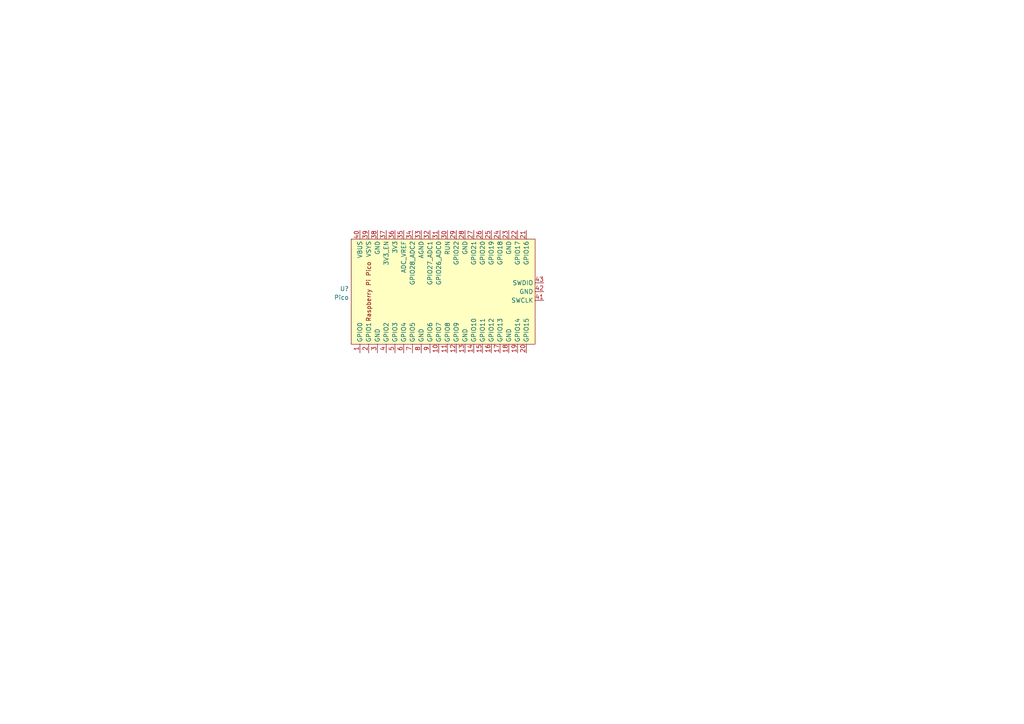
<source format=kicad_sch>
(kicad_sch (version 20211123) (generator eeschema)
  (paper "A4")
  (lib_symbols
    (symbol "Pico:Pico"
      (property "Reference" "U" (at -13.97 27.94 0))
      (property "Value" "Pico" (at 0 19.05 0))
      (symbol "Pico_0_0"
        (text "Raspberry Pi Pico" (at 0 21.59 0) (effects (font (size 1.27 1.27))))
      )
      (symbol "Pico_0_1"
        (rectangle (start -15.24 26.67) (end 15.24 -26.67) (fill (type background)))
      )
      (symbol "Pico_1_1"
        (pin bidirectional line (at -17.78 24.13 0) (length 2.54) (name "GPIO0") (number "1"))
        (pin bidirectional line (at -17.78 1.27 0) (length 2.54) (name "GPIO7") (number "10"))
        (pin bidirectional line (at -17.78 -1.27 0) (length 2.54) (name "GPIO8") (number "11"))
        (pin bidirectional line (at -17.78 -3.81 0) (length 2.54) (name "GPIO9") (number "12"))
        (pin power_in line (at -17.78 -6.35 0) (length 2.54) (name "GND") (number "13"))
        (pin bidirectional line (at -17.78 -8.89 0) (length 2.54) (name "GPIO10") (number "14"))
        (pin bidirectional line (at -17.78 -11.43 0) (length 2.54) (name "GPIO11") (number "15"))
        (pin bidirectional line (at -17.78 -13.97 0) (length 2.54) (name "GPIO12") (number "16"))
        (pin bidirectional line (at -17.78 -16.51 0) (length 2.54) (name "GPIO13") (number "17"))
        (pin power_in line (at -17.78 -19.05 0) (length 2.54) (name "GND") (number "18"))
        (pin bidirectional line (at -17.78 -21.59 0) (length 2.54) (name "GPIO14") (number "19"))
        (pin bidirectional line (at -17.78 21.59 0) (length 2.54) (name "GPIO1") (number "2"))
        (pin bidirectional line (at -17.78 -24.13 0) (length 2.54) (name "GPIO15") (number "20"))
        (pin bidirectional line (at 17.78 -24.13 180) (length 2.54) (name "GPIO16") (number "21"))
        (pin bidirectional line (at 17.78 -21.59 180) (length 2.54) (name "GPIO17") (number "22"))
        (pin power_in line (at 17.78 -19.05 180) (length 2.54) (name "GND") (number "23"))
        (pin bidirectional line (at 17.78 -16.51 180) (length 2.54) (name "GPIO18") (number "24"))
        (pin bidirectional line (at 17.78 -13.97 180) (length 2.54) (name "GPIO19") (number "25"))
        (pin bidirectional line (at 17.78 -11.43 180) (length 2.54) (name "GPIO20") (number "26"))
        (pin bidirectional line (at 17.78 -8.89 180) (length 2.54) (name "GPIO21") (number "27"))
        (pin power_in line (at 17.78 -6.35 180) (length 2.54) (name "GND") (number "28"))
        (pin bidirectional line (at 17.78 -3.81 180) (length 2.54) (name "GPIO22") (number "29"))
        (pin power_in line (at -17.78 19.05 0) (length 2.54) (name "GND") (number "3"))
        (pin input line (at 17.78 -1.27 180) (length 2.54) (name "RUN") (number "30"))
        (pin bidirectional line (at 17.78 1.27 180) (length 2.54) (name "GPIO26_ADC0") (number "31"))
        (pin bidirectional line (at 17.78 3.81 180) (length 2.54) (name "GPIO27_ADC1") (number "32"))
        (pin power_in line (at 17.78 6.35 180) (length 2.54) (name "AGND") (number "33"))
        (pin bidirectional line (at 17.78 8.89 180) (length 2.54) (name "GPIO28_ADC2") (number "34"))
        (pin power_in line (at 17.78 11.43 180) (length 2.54) (name "ADC_VREF") (number "35"))
        (pin power_in line (at 17.78 13.97 180) (length 2.54) (name "3V3") (number "36"))
        (pin input line (at 17.78 16.51 180) (length 2.54) (name "3V3_EN") (number "37"))
        (pin bidirectional line (at 17.78 19.05 180) (length 2.54) (name "GND") (number "38"))
        (pin power_in line (at 17.78 21.59 180) (length 2.54) (name "VSYS") (number "39"))
        (pin bidirectional line (at -17.78 16.51 0) (length 2.54) (name "GPIO2") (number "4"))
        (pin power_in line (at 17.78 24.13 180) (length 2.54) (name "VBUS") (number "40"))
        (pin input line (at -2.54 -29.21 90) (length 2.54) (name "SWCLK") (number "41"))
        (pin power_in line (at 0 -29.21 90) (length 2.54) (name "GND") (number "42"))
        (pin bidirectional line (at 2.54 -29.21 90) (length 2.54) (name "SWDIO") (number "43"))
        (pin bidirectional line (at -17.78 13.97 0) (length 2.54) (name "GPIO3") (number "5"))
        (pin bidirectional line (at -17.78 11.43 0) (length 2.54) (name "GPIO4") (number "6"))
        (pin bidirectional line (at -17.78 8.89 0) (length 2.54) (name "GPIO5") (number "7"))
        (pin power_in line (at -17.78 6.35 0) (length 2.54) (name "GND") (number "8"))
        (pin bidirectional line (at -17.78 3.81 0) (length 2.54) (name "GPIO6") (number "9"))
      )
    )
  )
  (symbol (lib_id "Pico:Pico") (at 128.524 84.582 90) (unit 1)
    (property "Reference" "U?" (at 101.219 83.7473 90) (effects (justify left)))
    (property "Value" "Pico" (at 101.219 86.2842 90) (effects (justify left)))
    (property "Footprint" "RPi_Pico:RPi_Pico_SMD_TH" (effects hide))
  )
)
</source>
